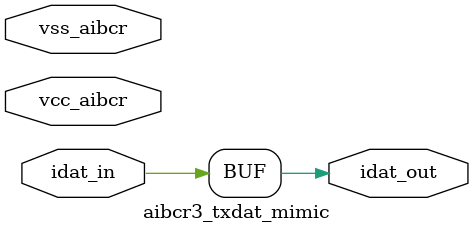
<source format=v>
module aibcr3_txdat_mimic (
	input wire idat_in,
	input wire vcc_aibcr,
	input wire vss_aibcr,
	output wire idat_out
);

	assign idat_out = idat_in;

endmodule

</source>
